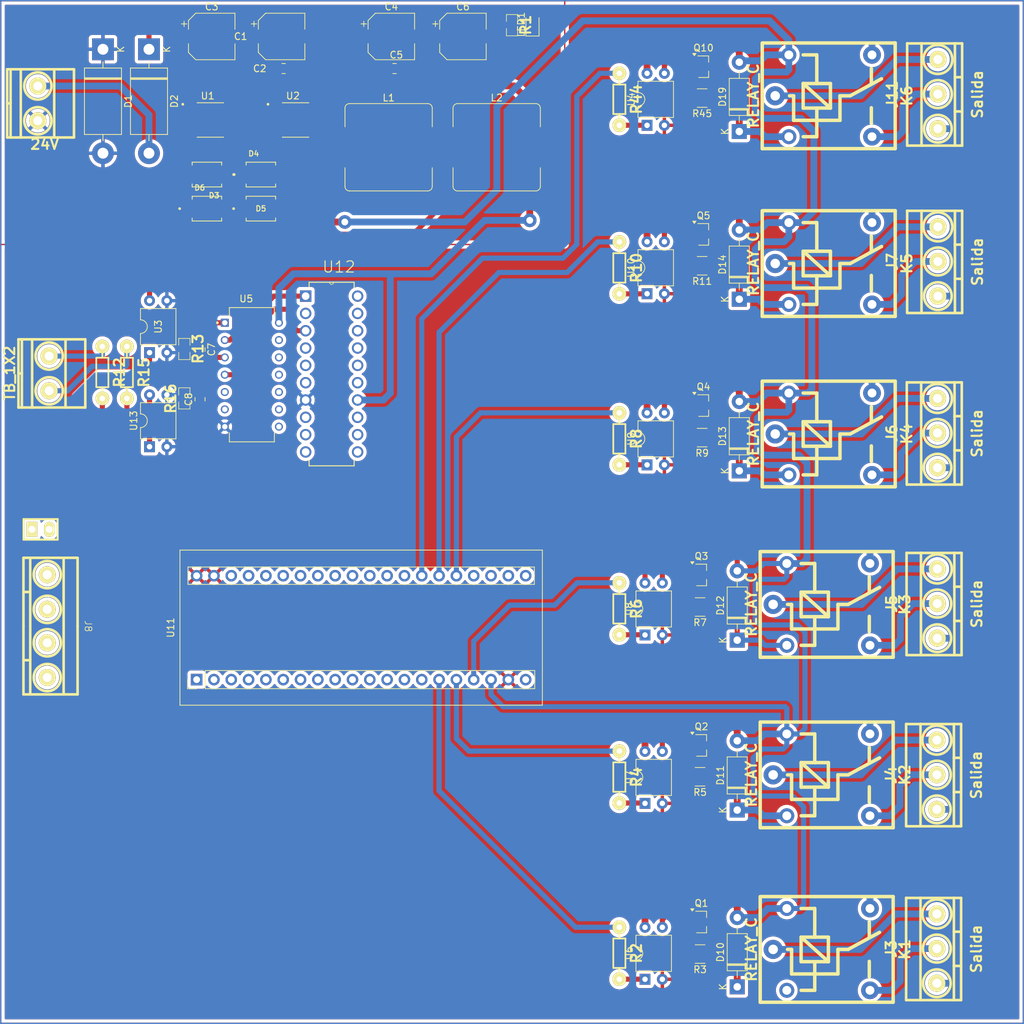
<source format=kicad_pcb>
(kicad_pcb (version 20240108) (generator "pcbnew") (generator_version "8.0")
  (layers (0 "F.Cu" signal) (31 "B.Cu" signal) (34 "B.Paste" user) (35 "F.Paste" user) (36 "B.SilkS" user "B.Silkscreen") (37 "F.SilkS" user "F.Silkscreen") (38 "B.Mask" user) (39 "F.Mask" user) (44 "Edge.Cuts" user))
  (net 0 "")
  (net 1 "Earth")
  (net 2 "/VCC")
  (net 3 "Net-(D10-K)")
  (net 4 "5V")
  (net 5 "Net-(D11-K)")
  (net 6 "Net-(D12-K)")
  (net 7 "Net-(D13-K)")
  (net 8 "Net-(D14-K)")
  (net 9 "Net-(D19-K)")
  (net 10 "Net-(J3-Pin_1)")
  (net 11 "Net-(J3-Pin_2)")
  (net 12 "Net-(J3-Pin_3)")
  (net 13 "Net-(J4-Pin_2)")
  (net 14 "Net-(J4-Pin_1)")
  (net 15 "Net-(J4-Pin_3)")
  (net 16 "Net-(J5-Pin_3)")
  (net 17 "Net-(J5-Pin_2)")
  (net 18 "Net-(J5-Pin_1)")
  (net 19 "Net-(J6-Pin_3)")
  (net 20 "Net-(J6-Pin_2)")
  (net 21 "Net-(J6-Pin_1)")
  (net 22 "Net-(J7-Pin_3)")
  (net 23 "Net-(J7-Pin_2)")
  (net 24 "Net-(J7-Pin_1)")
  (net 25 "Net-(J8-Pin_2)")
  (net 26 "Net-(J8-Pin_1)")
  (net 27 "Net-(J11-Pin_1)")
  (net 28 "Net-(J11-Pin_3)")
  (net 29 "Net-(J11-Pin_2)")
  (net 30 "Net-(LED1-A)")
  (net 31 "Net-(Q1-B)")
  (net 32 "GND")
  (net 33 "Net-(Q2-B)")
  (net 34 "Net-(Q3-B)")
  (net 35 "Net-(Q4-B)")
  (net 36 "Net-(Q5-B)")
  (net 37 "Net-(Q10-B)")
  (net 38 "Net-(R2-Pad2)")
  (net 39 "Net-(R3-Pad2)")
  (net 40 "Net-(R4-Pad2)")
  (net 41 "Net-(R5-Pad2)")
  (net 42 "Net-(R6-Pad2)")
  (net 43 "Net-(R7-Pad2)")
  (net 44 "/PA01")
  (net 45 "Net-(R8-Pad2)")
  (net 46 "Net-(R9-Pad2)")
  (net 47 "Net-(R10-Pad2)")
  (net 48 "/PA02")
  (net 49 "Net-(R11-Pad2)")
  (net 50 "Net-(R44-Pad2)")
  (net 51 "Net-(R45-Pad2)")
  (net 52 "/1A hc14")
  (net 53 "/2A hc14")
  (net 54 "/3A hc14")
  (net 55 "/4A hc14")
  (net 56 "/5A hc14")
  (net 57 "/6A hc14")
  (net 58 "Net-(U1-OUT)")
  (net 59 "/IN1")
  (net 60 "/IN2")
  (net 61 "Net-(R12-Pad2)")
  (net 62 "/1Y hc14")
  (net 63 "Net-(R15-Pad2)")
  (net 64 "/2Y hc14")
  (net 65 "/3Y hc14")
  (net 66 "/4Y hc14")
  (net 67 "/5Y hc14")
  (net 68 "/6Y hc14")
  (net 75 "Net-(F1-Pad1)")
  (net 76 "Net-(D2-K)")
  (net 77 "Net-(D2-A)")
  (net 78 "Net-(U2-VIN)")
  (net 79 "Net-(U2-OUT)")
  (net 80 "Net-(U1-FB)")
  (net 85 "/PB07")
  (net 90 "/PB08")
  (net 101 "Net-(J8-Pin_4)")
  (net 106 "/PB09")
  (net 112 "Net-(J8-Pin_3)")
  (net 114 "/PA0")
  (footprint "EESTN5:BORNERA2" (layer "F.Cu") (at -207.09 205 -90)
    (property "Reference" "J1" (hide yes))
    (property "Value" "24V")
  )
  (footprint "LM2594M-3.3:SOIC127P599X175-8N" (layer "F.Cu") (at -169.29 207.44)
    (property "Reference" "U2")
    (property "Value" "LM2594M-3.3")
  )
  (footprint "EESTN5:R_0805" (layer "F.Cu") (at -137.54 193.5025 -90)
    (property "Reference" "R1")
    (property "Value" "1K" (hide yes))
  )
  (footprint "Resistor_SMD:R_1210_3225Metric_Pad1.30x2.65mm_HandSolder" (layer "F.Cu") (at -109.66 204.22 180)
    (property "Reference" "R45")
    (property "Value" "1k")
  )
  (footprint "EESTN5:BluePill" (layer "F.Cu") (at -183.8 289.52 90)
    (property "Reference" "U11")
    (property "Value" "BluePill" (hide yes))
  )
  (footprint "SS210:DIOM4336X265N" (layer "F.Cu") (at -182.29 215.44 180)
    (property "Reference" "D3")
    (property "Value" "SS210")
  )
  (footprint "EESTN5:RES0.3" (layer "F.Cu") (at -121.8 329.65 -90)
    (property "Reference" "R2")
    (property "Value" "220" (hide yes))
  )
  (footprint "Package_DIP:DIP-4_W7.62mm" (layer "F.Cu") (at -118.035 333.47 90)
    (property "Reference" "U6")
    (property "Value" "PC817")
  )
  (footprint "Package_DIP:DIP-4_W7.62mm" (layer "F.Cu") (at -190.705 255.36 90)
    (property "Reference" "U13")
    (property "Value" "PC817")
  )
  (footprint "EESTN5:Relay_C" (layer "F.Cu") (at -91.14 278.49 90)
    (property "Reference" "K3")
    (property "Value" "RELAY_C")
  )
  (footprint "Package_TO_SOT_SMD:SOT-23_Handsoldering" (layer "F.Cu") (at -109.46 224.22)
    (property "Reference" "Q5")
    (property "Value" "2N3904")
  )
  (footprint "Package_DIP:DIP-4_W7.62mm" (layer "F.Cu") (at -117.735 208.22 90)
    (property "Reference" "U4")
    (property "Value" "PC817")
  )
  (footprint "SS210:DIOM4336X265N" (layer "F.Cu") (at -182.29 220.44)
    (property "Reference" "D6")
    (property "Value" "SS210")
  )
  (footprint "Capacitor_SMD:CP_Elec_6.3x7.7" (layer "F.Cu") (at -144.74 195.19)
    (property "Reference" "C6")
    (property "Value" "220uF")
  )
  (footprint "SN74HC14N:DIP794W45P254L1969H508Q14" (layer "F.Cu") (at -175.7 244.8)
    (property "Reference" "U5")
    (property "Value" "SN74HC14PWR")
  )
  (footprint "Diode_THT:D_DO-41_SOD81_P10.16mm_Horizontal" (layer "F.Cu") (at -104.51 283.73 90)
    (property "Reference" "D12")
    (property "Value" "1N4007")
  )
  (footprint "Resistor_SMD:R_1210_3225Metric_Pad1.30x2.65mm_HandSolder" (layer "F.Cu") (at -109.66 228.82 180)
    (property "Reference" "R11")
    (property "Value" "1k")
  )
  (footprint "Package_TO_SOT_SMD:SOT-23_Handsoldering" (layer "F.Cu") (at -109.76 325.07)
    (property "Reference" "Q1")
    (property "Value" "2N3904")
  )
  (footprint "EESTN5:RES0.3" (layer "F.Cu") (at -121.8 204.4 -90)
    (property "Reference" "R44")
    (property "Value" "220" (hide yes))
  )
  (footprint "Capacitor_SMD:C_0805_2012Metric_Pad1.18x1.45mm_HandSolder" (layer "F.Cu") (at -154.77 199.9)
    (property "Reference" "C5")
    (property "Value" "1uF")
  )
  (footprint "EESTN5:Jumper_Alto" (layer "F.Cu") (at -206.685 267.485)
    (property "Reference" "JP1" (hide yes))
    (property "Value" "Jumper" (hide yes))
  )
  (footprint "Resistor_SMD:R_1210_3225Metric_Pad1.30x2.65mm_HandSolder" (layer "F.Cu") (at -109.96 303.77 180)
    (property "Reference" "R5")
    (property "Value" "1k")
  )
  (footprint "Diode_THT:D_DO-201AD_P15.24mm_Horizontal" (layer "F.Cu") (at -190.79 197.07 -90)
    (property "Reference" "D2")
    (property "Value" "1N5822")
  )
  (footprint "Package_TO_SOT_SMD:SOT-23_Handsoldering" (layer "F.Cu") (at -109.76 299.17)
    (property "Reference" "Q2")
    (property "Value" "2N3904")
  )
  (footprint "Package_TO_SOT_SMD:SOT-23_Handsoldering" (layer "F.Cu") (at -109.46 249.32)
    (property "Reference" "Q4")
    (property "Value" "2N3904")
  )
  (footprint "EESTN5:RES0.3" (layer "F.Cu") (at -194.03 244.47 -90)
    (property "Reference" "R15")
    (property "Value" "R" (hide yes))
  )
  (footprint "EESTN5:Relay_C" (layer "F.Cu") (at -90.84 253.49 90)
    (property "Reference" "K4")
    (property "Value" "RELAY_C")
  )
  (footprint "Resistor_SMD:R_1210_3225Metric_Pad1.30x2.65mm_HandSolder" (layer "F.Cu") (at -109.96 329.77 180)
    (property "Reference" "R3")
    (property "Value" "1k")
  )
  (footprint "EESTN5:BORNERA3_AZUL" (layer "F.Cu") (at -75.08 228.19 90)
    (property "Reference" "J7")
    (property "Value" "Salida")
  )
  (footprint "Capacitor_SMD:C_0805_2012Metric_Pad1.18x1.45mm_HandSolder" (layer "F.Cu") (at -183.3 241.1 -90)
    (property "Reference" "C7")
    (property "Value" "C")
  )
  (footprint "Resistor_SMD:R_1210_3225Metric_Pad1.30x2.65mm_HandSolder" (layer "F.Cu") (at -109.66 254.02 180)
    (property "Reference" "R9")
    (property "Value" "1k")
  )
  (footprint "EESTN5:BORNERA3_AZUL" (layer "F.Cu") (at -75.13375 253.35675 90)
    (property "Reference" "J6")
    (property "Value" "Salida")
  )
  (footprint "Resistor_SMD:R_1210_3225Metric_Pad1.30x2.65mm_HandSolder" (layer "F.Cu") (at -109.96 278.87 180)
    (property "Reference" "R7")
    (property "Value" "1k")
  )
  (footprint "Diode_THT:D_DO-201AD_P15.24mm_Horizontal" (layer "F.Cu") (at -197.54 197.07 -90)
    (property "Reference" "D1")
    (property "Value" "1N5822")
  )
  (footprint "EESTN5:BORNERA3_AZUL" (layer "F.Cu") (at -75.23 328.97 90)
    (property "Reference" "J3")
    (property "Value" "Salida")
  )
  (footprint "Diode_THT:D_DO-41_SOD81_P10.16mm_Horizontal" (layer "F.Cu") (at -104.21 258.9 90)
    (property "Reference" "D13")
    (property "Value" "1N4007")
  )
  (footprint "EESTN5:BORNERA3_AZUL" (layer "F.Cu") (at -75.16375 278.36675 90)
    (property "Reference" "J5")
    (property "Value" "Salida")
  )
  (footprint "EESTN5:R_0805" (layer "F.Cu") (at -185.6 241 -90)
    (property "Reference" "R13")
    (property "Value" "R" (hide yes))
  )
  (footprint "SS210:DIOM4336X265N" (layer "F.Cu") (at -174.375 215.44)
    (property "Reference" "D4")
    (property "Value" "SS210")
  )
  (footprint "EESTN5:RES0.3" (layer "F.Cu") (at -121.8 229.13 -90)
    (property "Reference" "R10")
    (property "Value" "220" (hide yes))
  )
  (footprint "EESTN5:RES0.3" (layer "F.Cu") (at -197.63 244.47 -90)
    (property "Reference" "R12")
    (property "Value" "R" (hide yes))
  )
  (footprint "Library:Bornera_4" (layer "F.Cu") (at -205.69875 281.6865 -90)
    (property "Reference" "J8")
    (property "Value" "Screw_Terminal_01x04")
  )
  (footprint "Diode_THT:D_DO-41_SOD81_P10.16mm_Horizontal" (layer "F.Cu") (at -104.21 233.73 90)
    (property "Reference" "D14")
    (property "Value" "1N4007")
  )
  (footprint "SS210:DIOM4336X265N" (layer "F.Cu") (at -174.375 220.44)
    (property "Reference" "D5")
    (property "Value" "SS210")
  )
  (footprint "Package_DIP:DIP-4_W7.62mm" (layer "F.Cu") (at -118.035 307.67 90)
    (property "Reference" "U7")
    (property "Value" "PC817")
  )
  (footprint "EESTN5:RES0.3" (layer "F.Cu") (at -121.8 279.13 -90)
    (property "Reference" "R6")
    (property "Value" "220" (hide yes))
  )
  (footprint "EESTN5:Relay_C" (layer "F.Cu") (at -90.84 228.49 90)
    (property "Reference" "K5")
    (property "Value" "RELAY_C")
  )
  (footprint "EESTN5:Relay_C" (layer "F.Cu") (at -91.14 303.49 90)
    (property "Reference" "K2")
    (property "Value" "RELAY_C")
  )
  (footprint "Package_TO_SOT_SMD:SOT-23_Handsoldering" (layer "F.Cu") (at -109.76 274.17)
    (property "Reference" "Q3")
    (property "Value" "2N3904")
  )
  (footprint "EESTN5:BORNERA2" (layer "F.Cu") (at -205.43 244.61 -90)
    (property "Reference" "J13" (hide yes))
    (property "Value" "TB_1X2")
  )
  (footprint "Capacitor_SMD:CP_Elec_6.3x7.7" (layer "F.Cu") (at -181.59 195.19)
    (property "Reference" "C3")
    (property "Value" "220uF")
  )
  (footprint "Package_DIP:DIP-4_W7.62mm" (layer "F.Cu") (at -117.735 258.02 90)
    (property "Reference" "U9")
    (property "Value" "PC817")
  )
  (footprint "Package_DIP:DIP-4_W7.62mm" (layer "F.Cu") (at -117.735 232.92 90)
    (property "Reference" "U10")
    (property "Value" "PC817")
  )
  (footprint "Diode_THT:D_DO-41_SOD81_P10.16mm_Horizontal" (layer "F.Cu") (at -104.51 308.65 90)
    (property "Reference" "D11")
    (property "Value" "1N4007")
  )
  (footprint "Package_TO_SOT_SMD:SOT-23_Handsoldering" (layer "F.Cu") (at -109.46 199.62)
    (property "Reference" "Q10")
    (property "Value" "2N3904")
  )
  (footprint "Diode_THT:D_DO-41_SOD81_P10.16mm_Horizontal" (layer "F.Cu") (at -104.51 334.58 90)
    (property "Reference" "D10")
    (property "Value" "1N4007")
  )
  (footprint "EESTN5:RES0.3" (layer "F.Cu") (at -121.8 303.81 -90)
    (property "Reference" "R4")
    (property "Value" "220" (hide yes))
  )
  (footprint "EESTN5:BORNERA3_AZUL" (layer "F.Cu") (at -75.23 303.47 90)
    (property "Reference" "J4")
    (property "Value" "Salida")
  )
  (footprint "Inductor_SMD:L_Bourns_SRR1260" (layer "F.Cu") (at -139.79 211.44)
    (property "Reference" "L2")
    (property "Value" "68uH")
  )
  (footprint "SN74HC541N:DIP254P762X508-20" (layer "F.Cu") (at -160.19 256.13)
    (property "Reference" "U12")
    (property "Value" "SN74HC541PWR")
  )
  (footprint "Capacitor_SMD:C_0805_2012Metric_Pad1.18x1.45mm_HandSolder" (layer "F.Cu") (at -183.3 248.4 90)
    (property "Reference" "C8")
    (property "Value" "C")
  )
  (footprint "Inductor_SMD:L_Bourns_SRR1260" (layer "F.Cu") (at -155.64 211.44)
    (property "Reference" "L1")
    (property "Value" "68uH")
  )
  (footprint "LM2594M-5.0:SOIC127P599X175-8N" (layer "F.Cu") (at -181.79 207.44)
    (property "Reference" "U1")
    (property "Value" "LM2594M-5.0")
  )
  (footprint "Capacitor_SMD:CP_Elec_6.3x7.7" (layer "F.Cu") (at -155.24 195.19)
    (property "Reference" "C4")
    (property "Value" "470uF")
  )
  (footprint "EESTN5:BORNERA3_AZUL" (layer "F.Cu") (at -75.08 203.64 90)
    (property "Reference" "J11")
    (property "Value" "Salida")
  )
  (footprint "Capacitor_SMD:CP_Elec_6.3x7.7" (layer "F.Cu") (at -171.34 195.19)
    (property "Reference" "C1")
    (property "Value" "470uF")
  )
  (footprint "EESTN5:R_0805" (layer "F.Cu") (at -185.6 248.3 90)
    (property "Reference" "R16")
    (property "Value" "R" (hide yes))
  )
  (footprint "LED_SMD:LED_0805_2012Metric" (layer "F.Cu") (at -134.54 193.44 90)
    (property "Reference" "LED1")
    (property "Value" "LED")
  )
  (footprint "EESTN5:Relay_C" (layer "F.Cu") (at -91.14 329.09 90)
    (property "Reference" "K1")
    (property "Value" "RELAY_C")
  )
  (footprint "EESTN5:RES0.3" (layer "F.Cu") (at -121.8 254.2 -90)
    (property "Reference" "R8")
    (property "Value" "220" (hide yes))
  )
  (footprint "Diode_THT:D_DO-41_SOD81_P10.16mm_Horizontal" (layer "F.Cu") (at -104.21 209.13 90)
    (property "Reference" "D19")
    (property "Value" "1N4007")
  )
  (footprint "Package_DIP:DIP-4_W7.62mm" (layer "F.Cu") (at -190.705 241.56 90)
    (property "Reference" "U3")
    (property "Value" "PC817")
  )
  (footprint "EESTN5:Relay_C" (layer "F.Cu") (at -90.84 203.89 90)
    (property "Reference" "K6")
    (property "Value" "RELAY_C")
  )
  (footprint "Capacitor_SMD:C_0805_2012Metric_Pad1.18x1.45mm_HandSolder" (layer "F.Cu") (at -171.04 199.9)
    (property "Reference" "C2")
    (property "Value" "1uF")
  )
  (footprint "Package_DIP:DIP-4_W7.62mm" (layer "F.Cu") (at -118.035 282.97 90)
    (property "Reference" "U8")
    (property "Value" "PC817")
  )
  (gr_rect (start -212.5354 189.94) (end -129.81 225.7) (stroke (width 0.2)) (fill none) (layer "F.Cu"))
  (gr_rect (start -212.54 189.94) (end -62.54 339.94) (stroke (width 0.2)) (fill none) (layer "F.Cu"))
  (gr_rect (start -212.54 189.94) (end -62.54 339.94) (stroke (width 0.2)) (fill none) (layer "B.Cu"))
  (segment (start -181.54 195.44) (end -181.29 195.19) (width 0.75) (layer "F.Cu") (net 1))
  (segment (start -181.29 195.19) (end -178.89 195.19) (width 0.75) (layer "F.Cu") (net 1))
  (segment (start -179.32 208.075) (end -179.32 209.345) (width 0.75) (layer "F.Cu") (net 1))
  (segment (start -182.29 198.94) (end -181.54 198.19) (width 0.75) (layer "F.Cu") (net 1))
  (segment (start -181.54 198.19) (end -181.54 195.44) (width 0.75) (layer "F.Cu") (net 1))
  (segment (start -197.42 197.07) (end -197.54 196.95) (width 0.2) (layer "B.Cu") (net 1))
  (segment (start -183.3 242.1375) (end -183.3 247.3625) (width 1) (layer "F.Cu") (net 2))
  (segment (start -167.768439 202.401561) (end -148.078439 202.401561) (width 1) (layer "F.Cu") (net 2))
  (segment (start -174.17 208.8) (end -174.17 204.6) (width 1) (layer "F.Cu") (net 2))
  (segment (start -137.54 192.55) (end -146.4 192.55) (width 0.75) (layer "F.Cu") (net 2))
  (segment (start -183.315 247.3475) (end -183.3 247.3625) (width 1) (layer "F.Cu") (net 2))
  (segment (start -147.44 193.59) (end -147.44 195.19) (width 0.75) (layer "F.Cu") (net 2))
  (segment (start -137.29 202.44) (end -148.04 202.44) (width 1) (layer "F.Cu") (net 2))
  (segment (start -185.6 247.3475) (end -183.315 247.3475) (width 1) (layer "F.Cu") (net 2))
  (segment (start -171.76 209.345) (end -173.625 209.345) (width 1) (layer "F.Cu") (net 2))
  (segment (start -168.566878 203.2) (end -167.768439 202.401561) (width 1) (layer "F.Cu") (net 2))
  (segment (start -174.17 204.6) (end -172.77 203.2) (width 1) (layer "F.Cu") (net 2))
  (segment (start -148.04 202.44) (end -147.44 202.44) (width 0.75) (layer "F.Cu") (net 2))
  (segment (start -185.6 247.3475) (end -185.6 241.9525) (width 1) (layer "F.Cu") (net 2))
  (segment (start -147.44 202.44) (end -147.44 195.19) (width 0.75) (layer "F.Cu") (net 2))
  (segment (start -148.078439 202.401561) (end -148.04 202.44) (width 1) (layer "F.Cu") (net 2))
  (segment (start -134.94 211.44) (end -134.94 204.79) (width 1) (layer "F.Cu") (net 2))
  (segment (start -146.4 192.55) (end -147.44 193.59) (width 0.75) (layer "F.Cu") (net 2))
  (segment (start -134.94 204.79) (end -137.29 202.44) (width 1) (layer "F.Cu") (net 2))
  (segment (start -173.625 209.345) (end -174.17 208.8) (width 1) (layer "F.Cu") (net 2))
  (segment (start -172.77 203.2) (end -168.566878 203.2) (width 1) (layer "F.Cu") (net 2))
  (segment (start -134.94 222.16) (end -134.94 211.44) (width 1) (layer "F.Cu") (net 2))
  (via (at -134.94 222.16) (size 2) (drill 1) (layers "F.Cu" "B.Cu") (net 2))
  (segment (start -155.4 230) (end -163.7 230) (width 1) (layer "B.Cu") (net 2))
  (segment (start -160.19 248.51) (end -156.41 248.51) (width 1) (layer "B.Cu") (net 2))
  (segment (start -163.7 230) (end -169.6 230) (width 1) (layer "B.Cu") (net 2))
  (segment (start -156.41 248.51) (end -155.4 247.5) (width 1) (layer "B.Cu") (net 2))
  (segment (start -141.56 222.16) (end -149.4 230) (width 1) (layer "B.Cu") (net 2))
  (segment (start -149.4 230) (end -155.4 230) (width 1) (layer "B.Cu") (net 2))
  (segment (start -134.94 222.16) (end -141.56 222.16) (width 1) (layer "B.Cu") (net 2))
  (segment (start -155.4 247.5) (end -155.4 230) (width 1) (layer "B.Cu") (net 2))
  (segment (start -171.73 232.13) (end -171.73 237.18) (width 1) (layer "B.Cu") (net 2))
  (segment (start -169.6 230) (end -171.73 232.13) (width 1) (layer "B.Cu") (net 2))
  (segment (start -104.51 330.02) (end -108.26 326.27) (width 1) (layer "F.Cu") (net 3))
  (segment (start -108.26 326.27) (end -108.26 325.07) (width 1) (layer "F.Cu") (net 3))
  (segment (start -104.51 334.58) (end -104.51 330.02) (width 1) (layer "F.Cu") (net 3))
  (segment (start -117.735 223.195) (end -117.735 225.3) (width 1) (layer "F.Cu") (net 4))
  (segment (start -115.66 221.12) (end -117.735 223.195) (width 1) (layer "F.Cu") (net 4))
  (segment (start -115.36 246.22) (end -117.735 248.595) (width 1) (layer "F.Cu") (net 4))
  (segment (start -104.21 221.87) (end -104.96 221.12) (width 1) (layer "F.Cu") (net 4))
  (segment (start -104.51 271.82) (end -104.51 273.57) (width 0.75) (layer "F.Cu") (net 4))
  (segment (start -104.21 248.74) (end -104.21 247.17) (width 1) (layer "F.Cu") (net 4))
  (segment (start -165.045 222.8) (end -175.68 222.8) (width 1) (layer "F.Cu") (net 4))
  (segment (start -105.46 321.87) (end -115.86 321.87) (width 1) (layer "F.Cu") (net 4))
  (segment (start -117.735 248.595) (end -117.735 250.4) (width 1) (layer "F.Cu") (net 4))
  (segment (start -104.51 298.49) (end -104.51 296.92) (width 1) (layer "F.Cu") (net 4))
  (segment (start -104.21 198.97) (end -104.21 197.37) (width 1) (layer "F.Cu") (net 4))
  (segment (start -117.735 198.495) (end -117.735 200.6) (width 1) (layer "F.Cu") (net 4))
  (segment (start -104.21 223.57) (end -104.21 221.87) (width 1) (layer "F.Cu") (net 4))
  (segment (start -118.035 297.945) (end -118.035 300.05) (width 1) (layer "F.Cu") (net 4))
  (segment (start -104.51 324.42) (end -104.51 322.82) (width 1) (layer "F.Cu") (net 4))
  (segment (start -104.96 221.12) (end -115.66 221.12) (width 1) (layer "F.Cu") (net 4))
  (segment (start -116.16 271.27) (end -105.06 271.27) (width 0.75) (layer "F.Cu") (net 4))
  (segment (start -104.21 247.17) (end -105.16 246.22) (width 1) (layer "F.Cu") (net 4))
  (segment (start -175.68 222.8) (end -176.54 221.94) (width 1) (layer "F.Cu") (net 4))
  (segment (start -176.54 221.94) (end -176.54 220.44) (width 1) (layer "F.Cu") (net 4))
  (segment (start -104.51 296.92) (end -105.56 295.87) (width 1) (layer "F.Cu") (net 4))
  (segment (start -176.54 220.69) (end -176.04 221.19) (width 0.75) (layer "F.Cu") (net 4))
  (segment (start -118.035 324.045) (end -118.035 325.85) (width 1) (layer "F.Cu") (net 4))
  (segment (start -164.945 222.7) (end -165.045 222.8) (width 1) (layer "F.Cu") (net 4))
  (segment (start -115.86 196.62) (end -117.735 198.495) (width 1) (layer "F.Cu") (net 4))
  (segment (start -118.035 275.05) (end -118.035 273.145) (width 0.75) (layer "F.Cu") (net 4))
  (segment (start -105.56 295.87) (end -115.96 295.87) (width 1) (layer "F.Cu") (net 4))
  (segment (start -115.96 295.87) (end -118.035 297.945) (width 1) (layer "F.Cu") (net 4))
  (segment (start -104.96 196.62) (end -115.86 196.62) (width 1) (layer "F.Cu") (net 4))
  (segment (start -164.645 222.4) (end -164.945 222.7) (width 1) (layer "F.Cu") (net 4))
  (segment (start -162.07 222.4) (end -164.645 222.4) (width 1) (layer "F.Cu") (net 4))
  (segment (start -104.51 322.82) (end -105.46 321.87) (width 1) (layer "F.Cu") (net 4))
  (segment (start -105.16 246.22) (end -115.36 246.22) (width 1) (layer "F.Cu") (net 4))
  (segment (start -104.21 197.37) (end -104.96 196.62) (width 1) (layer "F.Cu") (net 4))
  (segment (start -115.86 321.87) (end -118.035 324.045) (width 1) (layer "F.Cu") (net 4))
  (segment (start -105.06 271.27) (end -104.51 271.82) (width 0.75) (layer "F.Cu") (net 4))
  (segment (start -118.035 273.145) (end -116.16 271.27) (width 0.75) (layer "F.Cu") (net 4))
  (via (at -162.07 222.4) (size 2) (drill 1) (layers "F.Cu" "B.Cu") (net 4))
  (segment (start -104 198.76) (end -101.12 198.76) (width 1) (layer "B.Cu") (net 4))
  (segment (start -94.77 322.5) (end -95.36 323.09) (width 0.75) (layer "B.Cu") (net 4))
  (segment (start -94.27 257.8) (end -94.27 271.8) (width 1) (layer "B.Cu") (net 4))
  (segment (start -95.36 323.09) (end -97.24 323.09) (width 0.75) (layer "B.Cu") (net 4))
  (segment (start -104.51 324.42) (end -101.39 324.42) (width 1) (layer "B.Cu") (net 4))
  (segment (start -101.27 306.6) (end -96.37 306.6) (width 0.75) (layer "B.Cu") (net 4))
  (segment (start -96.94 200.07) (end -97.27 200.4) (width 1) (layer "B.Cu") (net 4))
  (segment (start -144.47 222.4) (end -139.77 217.7) (width 1) (layer "B.Cu") (net 4))
  (segment (start -96.94 197.89) (end -96.94 200.07) (width 1) (layer "B.Cu") (net 4))
  (segment (start -101.87 206.1) (end -100.77 207.2) (width 1) (layer "B.Cu") (net 4))
  (segment (start -140.62 291.735) (end -140.62 289.52) (width 0.75) (layer "B.Cu") (net 4))
  (segment (start -93.57 246.9) (end -94.16 247.49) (width 1) (layer "B.Cu") (net 4))
  (segment (start -97.67 274.8) (end -101.17 274.8) (width 0.75) (layer "B.Cu") (net 4))
  (segment (start -97.67 225.3) (end -100.77 225.3) (width 1) (layer "B.Cu") (net 4))
  (segment (start -93.57 232.8) (end -93.57 246.9) (width 1) (layer "B.Cu") (net 4))
  (segment (start -97.77 299.7) (end -100.87 299.7) (width 0.75) (layer "B.Cu") (net 4))
  (segment (start -96.94 249.97) (end -97.27 250.3) (width 1) (layer "B.Cu") (net 4))
  (segment (start -100.1 222.49) (end -96.94 222.49) (width 1) (layer "B.Cu") (net 4))
  (segment (start -94.77 308.2) (end -94.77 322.5) (width 0.75) (layer "B.Cu") (net 4))
  (segment (start -101.87 280.8) (end -101.17 281.5) (width 0.75) (layer "B.Cu") (net 4))
  (segment (start -94.27 271.8) (end -94.96 272.49) (width 1) (layer "B.Cu") (net 4))
  (segment (start -97.24 297.49) (end -97.24 293.73) (width 0.75) (layer "B.Cu") (net 4))
  (segment (start -95.67 281.5) (end -94.57 282.6) (width 0.75) (layer "B.Cu") (net 4))
  (segment (start -97.27 250.3) (end -100.67 250.3) (width 1) (layer "B.Cu") (net 4))
  (segment (start -100.6 272.49) (end -97.24 272.49) (width 0.75) (layer "B.Cu") (net 4))
  (segment (start -101.39 324.42) (end -100.06 323.09) (width 1) (layer "B.Cu") (net 4))
  (segment (start -101.57 255.7) (end -100.67 256.6) (width 1) (layer "B.Cu") (net 4))
  (segment (start -102.17 301) (end -102.17 305.7) (width 0.75) (layer "B.Cu") (net 4))
  (segment (start -94.57 282.6) (end -94.57 296.7) (width 0.75) (layer "B.Cu") (net 4))
  (segment (start -100.87 200.4) (end -101.87 201.4) (width 1) (layer "B.Cu") (net 4))
  (segment (start -104.21 223.57) (end -101.18 223.57) (width 1) (layer "B.Cu") (net 4))
  (segment (start -96.94 224.57) (end -97.67 225.3) (width 1) (layer "B.Cu") (net 4))
  (segment (start -138.855 293.5) (end -140.62 291.735) (width 0.75) (layer "B.Cu") (net 4))
  (segment (start -94.16 247.49) (end -96.94 247.49) (width 1) (layer "B.Cu") (net 4))
  (segment (start -101.43 248.74) (end -100.18 247.49) (width 1) (layer "B.Cu") (net 4))
  (segment (start -104.21 248.74) (end -101.43 248.74) (width 1) (layer "B.Cu") (net 4))
  (segment (start -97.24 272.49) (end -97.24 274.37) (width 0.75) (layer "B.Cu") (net 4))
  (segment (start -100.77 225.3) (end -101.87 226.4) (width 1) (layer "B.Cu") (net 4))
  (segment (start -104.51 298.49) (end -101.53 298.49) (width 1) (layer "B.Cu") (net 4))
  (segment (start -101.68 273.57) (end -100.6 272.49) (width 0.75) (layer "B.Cu") (net 4))
  (segment (start -97.24 293.73) (end -97.47 293.5) (width 0.75) (layer "B.Cu") (net 4))
  (segment (start -93.27 220.8) (end -94.96 222.49) (width 1) (layer "B.Cu") (net 4))
  (segment (start -99.77 192.9) (end -96.94 195.73) (width 1) (layer "B.Cu") (net 4))
  (segment (start -100.87 299.7) (end -102.17 301) (width 0.75) (layer "B.Cu") (net 4))
  (segment (start -101.17 274.8) (end -101.87 275.5) (width 0.75) (layer "B.Cu") (net 4))
  (segment (start -101.87 201.4) (end -101.87 206.1) (width 1) (layer "B.Cu") (net 4))
  (segment (start -101.18 223.57) (end -100.1 222.49) (width 1) (layer "B.Cu") (net 4))
  (segment (start -97.24 299.17) (end -97.77 299.7) (width 0.75) (layer "B.Cu") (net 4))
  (segment (start -101.87 275.5) (end -101.87 280.8) (width 0.75) (layer "B.Cu") (net 4))
  (segment (start -100.74 232.03) (end -94.34 232.03) (width 1) (layer "B.Cu") (net 4))
  (segment (start -104.21 198.97) (end -104 198.76) (width 1) (layer "B.Cu") (net 4))
  (segment (start -139.77 205.5) (end -127.17 192.9) (width 1) (layer "B.Cu") (net 4))
  (segment (start -94.34 232.03) (end -93.57 232.8) (width 1) (layer "B.Cu") (net 4))
  (segment (start -96.37 306.6) (end -94.77 308.2) (width 0.75) (layer "B.Cu") (net 4))
  (segment (start -94.57 296.7) (end -95.36 297.49) (width 0.75) (layer "B.Cu") (net 4))
  (segment (start -93.27 209.1) (end -93.27 220.8) (width 1) (layer "B.Cu") (net 4))
  (segment (start -100.18 247.49) (end -96.94 247.49) (width 1) (layer "B.Cu") (net 4))
  (segment (start -96.94 195.73) (end -96.94 197.89) (width 1) (layer "B.Cu") (net 4))
  (segment (start -101.87 230.9) (end -100.74 232.03) (width 1) (layer "B.Cu") (net 4))
  (segment (start -100.53 297.49) (end -97.24 297.49) (width 1) (layer "B.Cu") (net 4))
  (segment (start -102.17 305.7) (end -101.27 306.6) (width 0.75) (layer "B.Cu") (net 4))
  (segment (start -96.94 222.49) (end -96.94 224.57) (width 1) (layer "B.Cu") (net 4))
  (segment (start -95.36 297.49) (end -97.24 297.49) (width 0.75) (layer "B.Cu") (net 4))
  (segment (start -97.27 200.4) (end -100.87 200.4) (width 1) (layer "B.Cu") (net 4))
  (segment (start -95.17 207.2) (end -93.27 209.1) (width 1) (layer "B.Cu") (net 4))
  (segment (start -95.47 256.6) (end -94.27 257.8) (width 1) (layer "B.Cu") (net 4))
  (segment (start -139.77 217.7) (end -139.77 205.5) (width 1) (layer "B.Cu") (net 4))
  (segment (start -94.96 272.49) (end -97.24 272.49) (width 1) (layer "B.Cu") (net 4))
  (segment (start -100.67 256.6) (end -95.47 256.6) (width 1) (layer "B.Cu") (net 4))
  (segment (start -101.53 298.49) (end -100.53 297.49) (width 1) (layer "B.Cu") (net 4))
  (segment (start -97.24 274.37) (end -97.67 274.8) (width 0.75) (layer "B.Cu") (net 4))
  (segment (start -97.24 297.49) (end -97.24 299.17) (width 0.75) (layer "B.Cu") (net 4))
  (segment (start -101.17 281.5) (end -95.67 281.5) (width 0.75) (layer "B.Cu") (net 4))
  (segment (start -101.57 251.2) (end -101.57 255.7) (width 1) (layer "B.Cu") (net 4))
  (segment (start -162.07 222.4) (end -144.47 222.4) (width 1) (layer "B.Cu") (net 4))
  (segment (start -100.25 197.89) (end -96.94 197.89) (width 1) (layer "B.Cu") (net 4))
  (segment (start -97.47 293.5) (end -138.855 293.5) (width 0.75) (layer "B.Cu") (net 4))
  (segment (start -100.77 207.2) (end -95.17 207.2) (width 1) (layer "B.Cu") (net 4))
  (segment (start -96.94 247.49) (end -96.94 249.97) (width 1) (layer "B.Cu") (net 4))
  (segment (start -104.51 273.57) (end -101.68 273.57) (width 0.75) (layer "B.Cu") (net 4))
  (segment (start -127.17 192.9) (end -99.77 192.9) (width 1) (layer "B.Cu") (net 4))
  (segment (start -101.87 226.4) (end -101.87 230.9) (width 1) (layer "B.Cu") (net 4))
  (segment (start -94.96 222.49) (end -96.94 222.49) (width 1) (layer "B.Cu") (net 4))
  (segment (start -101.12 198.76) (end -100.25 197.89) (width 1) (layer "B.Cu") (net 4))
  (segment (start -100.67 250.3) (end -101.57 251.2) (width 1) (layer "B.Cu") (net 4))
  (segment (start -100.06 323.09) (end -97.24 323.09) (width 1) (layer "B.Cu") (net 4))
  (segment (start -104.51 304.02) (end -108.26 300.27) (width 1) (layer "F.Cu") (net 5))
  (segment (start -104.51 308.65) (end -104.51 304.02) (width 1) (layer "F.Cu") (net 5))
  (segment (start -108.26 300.27) (end -108.26 299.17) (width 1) (layer "F.Cu") (net 5))
  (segment (start -104.51 308.65) (end -101.54 308.65) (width 1) (layer "B.Cu") (net 5))
  (segment (start -100.7 309.49) (end -97.24 309.49) (width 1) (layer "B.Cu") (net 5))
  (segment (start -101.54 308.65) (end -100.7 309.49) (width 1) (layer "B.Cu") (net 5))
  (segment (start -104.51 279.12) (end -104.51 283.73) (width 0.75) (layer "F.Cu") (net 6))
  (segment (start -108.26 275.37) (end -104.51 279.12) (width 0.75) (layer "F.Cu") (net 6))
  (segment (start -108.26 274.17) (end -108.26 275.37) (width 0.75) (layer "F.Cu") (net 6))
  (segment (start -101.19 283.73) (end -100.43 284.49) (width 0.75) (layer "B.Cu") (net 6))
  (segment (start -100.43 284.49) (end -97.24 284.49) (width 0.75) (layer "B.Cu") (net 6))
  (segment (start -104.51 283.73) (end -101.19 283.73) (width 0.75) (layer "B.Cu") (net 6))
  (segment (start -107.96 250.22) (end -107.96 249.32) (width 1) (layer "F.Cu") (net 7))
  (segment (start -104.21 253.97) (end -107.96 250.22) (width 1) (layer "F.Cu") (net 7))
  (segment (start -104.21 258.9) (end -104.21 253.97) (width 1) (layer "F.Cu") (net 7))
  (segment (start -101.18 258.9) (end -100.59 259.49) (width 1) (layer "B.Cu") (net 7))
  (segment (start -104.21 258.9) (end -101.18 258.9) (width 1) (layer "B.Cu") (net 7))
  (segment (start -100.59 259.49) (end -96.94 259.49) (width 1) (layer "B.Cu") (net 7))
  (segment (start -104.21 233.73) (end -104.21 228.77) (width 1) (layer "F.Cu") (net 8))
  (segment (start -107.96 225.02) (end -107.96 224.22) (width 1) (layer "F.Cu") (net 8))
  (segment (start -104.21 228.77) (end -107.96 225.02) (width 1) (layer "F.Cu") (net 8))
  (segment (start -104.21 233.73) (end -101.33 233.73) (width 1) (layer "B.Cu") (net 8))
  (segment (start -101.33 233.73) (end -100.57 234.49) (width 1) (layer "B.Cu") (net 8))
  (segment (start -100.57 234.49) (end -96.94 234.49) (width 1) (layer "B.Cu") (net 8))
  (segment (start -107.96 200.22) (end -107.96 199.62) (width 1) (layer "F.Cu") (net 9))
  (segment (start -104.21 209.13) (end -104.21 203.97) (width 1) (layer "F.Cu") (net 9))
  (segment (start -104.21 203.97) (end -107.96 200.22) (width 1) (layer "F.Cu") (net 9))
  (segment (start -101.17 209.13) (end -100.41 209.89) (width 1) (layer "B.Cu") (net 9))
  (segment (start -100.41 209.89) (end -96.94 209.89) (width 1) (layer "B.Cu") (net 9))
  (segment (start -104.21 209.13) (end -101.17 209.13) (width 1) (layer "B.Cu") (net 9))
  (segment (start -71.45 334.05) (end -70.1 332.7) (width 1) (layer "B.Cu") (net 10))
  (segment (start -85.04 320.94) (end -85.04 323.09) (width 1) (layer "B.Cu") (net 10))
  (segment (start -70.1 332.7) (end -70.1 320.7) (width 1) (layer "B.Cu") (net 10))
  (segment (start -70.1 320.7) (end -71.1 319.7) (width 1) (layer "B.Cu") (net 10))
  (segment (start -75.23 334.05) (end -71.45 334.05) (width 1) (layer "B.Cu") (net 10))
  (segment (start -83.8 319.7) (end -85.04 320.94) (width 1) (layer "B.Cu") (net 10))
  (segment (start -71.1 319.7) (end -83.8 319.7) (width 1) (layer "B.Cu") (net 10))
  (segment (start -80.61 330.48) (end -79.1 328.97) (width 1) (layer "B.Cu") (net 11))
  (segment (start -85.04 335.09) (end -81.96 335.09) (width 1) (layer "B.Cu") (net 11))
  (segment (start -81.96 335.09) (end -80.61 333.74) (width 1) (layer "B.Cu") (net 11))
  (segment (start -80.61 333.74) (end -80.61 330.48) (width 1) (layer "B.Cu") (net 11))
  (segment (start -79.1 328.97) (end -75.23 328.97) (width 1) (layer "B.Cu") (net 11))
  (segment (start -81.28 323.89) (end -75.23 323.89) (width 1) (layer "B.Cu") (net 12))
  (segment (start -86.48 329.09) (end -81.28 323.89) (width 1) (layer "B.Cu") (net 12))
  (segment (start -99.24 329.09) (end -86.48 329.09) (width 1) (layer "B.Cu") (net 12))
  (segment (start -79.1 303.47) (end -75.23 303.47) (width 1) (layer "B.Cu") (net 13))
  (segment (start -82.11 309.49) (end -80.65 308.03) (width 1) (layer "B.Cu") (net 13))
  (segment (start -80.65 308.03) (end -80.65 305.02) (width 1) (layer "B.Cu") (net 13))
  (segment (start -80.65 305.02) (end -79.1 303.47) (width 1) (layer "B.Cu") (net 13))
  (segment (start -85.04 309.49) (end -82.11 309.49) (width 1) (layer "B.Cu") (net 13))
  (segment (start -83.9 294) (end -85.04 295.14) (width 1) (layer "B.Cu") (net 14))
  (segment (start -71.7 294) (end -83.9 294) (width 1) (layer "B.Cu") (net 14))
  (segment (start -70.4 307) (end -70.4 295.3) (width 1) (layer "B.Cu") (net 14))
  (segment (start -75.23 308.55) (end -71.95 308.55) (width 1) (layer "B.Cu") (net 14))
  (segment (start -85.04 295.14) (end -85.04 297.49) (width 1) (layer "B.Cu") (net 14))
  (segment (start -70.4 295.3) (end -71.7 294) (width 1) (layer "B.Cu") (net 14))
  (segment (start -71.95 308.55) (end -70.4 307) (width 1) (layer "B.Cu") (net 14))
  (segment (start -99.24 303.49) (end -86.39 303.49) (width 1) (layer "B.Cu") (net 15))
  (segment (start -81.29 298.39) (end -75.23 298.39) (width 1) (layer "B.Cu") (net 15))
  (segment (start -86.39 303.49) (end -81.29 298.39) (width 1) (layer "B.Cu") (net 15))
  (segment (start -81.06675 273.28675) (end -75.16375 273.28675) (width 1) (layer "B.Cu") (net 16))
  (segment (start -99.24 278.49) (end -86.27 278.49) (width 1) (layer "B.Cu") (net 16))
  (segment (start -86.27 278.49) (end -81.06675 273.28675) (width 1) (layer "B.Cu") (net 16))
  (segment (start -80.58 283.6) (end -81.47 284.49) (width 1) (layer "B.Cu") (net 17))
  (segment (start -81.47 284.49) (end -85.04 284.49) (width 1) (layer "B.Cu") (net 17))
  (segment (start -80.58 280.25) (end -80.58 283.6) (width 1) (layer "B.Cu") (net 17))
  (segment (start -78.69675 278.36675) (end -80.58 280.25) (width 1) (layer "B.Cu") (net 17))
  (segment (start -75.16375 278.36675) (end -78.69675 278.36675) (width 1) (layer "B.Cu") (net 17))
  (segment (start -71.2 268.5) (end -83.7 268.5) (width 1) (layer "B.Cu") (net 18))
  (segment (start -70.1 269.6) (end -71.2 268.5) (width 1) (layer "B.Cu") (net 18))
  (segment (start -83.7 268.5) (end -85.04 269.84) (width 1) (layer "B.Cu") (net 18))
  (segment (start -70.1 281.9) (end -70.1 269.6) (width 1) (layer "B.Cu") (net 18))
  (segment (start -75.16375 283.44675) (end -71.64675 283.44675) (width 1) (layer "B.Cu") (net 18))
  (segment (start -71.64675 283.44675) (end -70.1 281.9) (width 1) (layer "B.Cu") (net 18))
  (segment (start -85.04 269.84) (end -85.04 272.49) (width 1) (layer "B.Cu") (net 18))
  (segment (start -98.94 253.49) (end -86.29 253.49) (width 1) (layer "B.Cu") (net 19))
  (segment (start -81.07675 248.27675) (end -75.13375 248.27675) (width 1) (layer "B.Cu") (net 19))
  (segment (start -86.29 253.49) (end -81.07675 248.27675) (width 1) (layer "B.Cu") (net 19))
  (segment (start -81.02 259.49) (end -84.74 259.49) (width 1) (layer "B.Cu") (net 20))
  (segment (start -80.46 258.93) (end -81.02 259.49) (width 1) (layer "B.Cu") (net 20))
  (segment (start -80.46 256.34) (end -80.46 258.93) (width 1) (layer "B.Cu") (net 20))
  (segment (start -75.13375 253.35675) (end -77.47675 253.35675) (width 1) (layer "B.Cu") (net 20))
  (segment (start -77.47675 253.35675) (end -80.46 256.34) (width 1) (layer "B.Cu") (net 20))
  (segment (start -75.13375 258.43675) (end -71.63675 258.43675) (width 1) (layer "B.Cu") (net 21))
  (segment (start -69.8 244.4) (end -70.6 243.6) (width 1) (layer "B.Cu") (net 21))
  (segment (start -70.6 243.6) (end -83.6 243.6) (width 1) (layer "B.Cu") (net 21))
  (segment (start -84.74 244.74) (end -84.74 247.49) (width 1) (layer "B.Cu") (net 21))
  (segment (start -83.6 243.6) (end -84.74 244.74) (width 1) (layer "B.Cu") (net 21))
  (segment (start -71.63675 258.43675) (end -69.8 256.6) (width 1) (layer "B.Cu") (net 21))
  (segment (start -69.8 256.6) (end -69.8 244.4) (width 1) (layer "B.Cu") (net 21))
  (segment (start -80.99 223.11) (end -75.08 223.11) (width 1) (layer "B.Cu") (net 22))
  (segment (start -86.37 228.49) (end -80.99 223.11) (width 1) (layer "B.Cu") (net 22))
  (segment (start -98.94 228.49) (end -86.37 228.49) (width 1) (layer "B.Cu") (net 22))
  (segment (start -78.39 228.19) (end -75.08 228.19) (width 1) (layer "B.Cu") (net 23))
  (segment (start -84.74 234.49) (end -81.88 234.49) (width 1) (layer "B.Cu") (net 23))
  (segment (start -80.4 230.2) (end -78.39 228.19) (width 1) (layer "B.Cu") (net 23))
  (segment (start -80.4 233.01) (end -80.4 230.2) (width 1) (layer "B.Cu") (net 23))
  (segment (start -81.88 234.49) (end -80.4 233.01) (width 1) (layer "B.Cu") (net 23))
  (segment (start -71.8 218.5) (end -83.6 218.5) (width 1) (layer "B.Cu") (net 24))
  (segment (start -72.87 233.27) (end -70.9 231.3) (width 1) (layer "B.Cu") (net 24))
  (segment (start -70.9 231.3) (end -70.9 219.4) (width 1) (layer "B.Cu") (net 24))
  (segment (start -75.08 233.27) (end -72.87 233.27) (width 1) (layer "B.Cu") (net 24))
  (segment (start -84.74 219.64) (end -84.74 222.49) (width 1) (layer "B.Cu") (net 24))
  (segment (start -70.9 219.4) (end -71.8 218.5) (width 1) (layer "B.Cu") (net 24))
  (segment (start -83.6 218.5) (end -84.74 219.64) (width 1) (layer "B.Cu") (net 24))
  (segment (start -70.4 195.1) (end -71.5 194) (width 1) (layer "B.Cu") (net 27))
  (segment (start -83.9 194) (end -84.74 194.84) (width 1) (layer "B.Cu") (net 27))
  (segment (start -84.74 194.84) (end -84.74 197.89) (width 1) (layer "B.Cu") (net 27))
  (segment (start -70.4 206.6) (end -70.4 195.1) (width 1) (layer "B.Cu") (net 27))
  (segment (start -71.5 194) (end -83.9 194) (width 1) (layer "B.Cu") (net 27))
  (segment (start -75.08 208.72) (end -72.52 208.72) (width 1) (layer "B.Cu") (net 27))
  (segment (start -72.52 208.72) (end -70.4 206.6) (width 1) (layer "B.Cu") (net 27))
  (segment (start -86.4 203.89) (end -81.07 198.56) (width 1) (layer "B.Cu") (net 28))
  (segment (start -98.94 203.89) (end -86.4 203.89) (width 1) (layer "B.Cu") (net 28))
  (segment (start -81.07 198.56) (end -75.08 198.56) (width 1) (layer "B.Cu") (net 28))
  (segment (start -84.74 209.89) (end -81.02 209.89) (width 1) (layer "B.Cu") (net 29))
  (segment (start -80.26 209.13) (end -80.26 205.53) (width 1) (layer "B.Cu") (net 29))
  (segment (start -80.26 205.53) (end -78.37 203.64) (width 1) (layer "B.Cu") (net 29))
  (segment (start -81.02 209.89) (end -80.26 209.13) (width 1) (layer "B.Cu") (net 29))
  (segment (start -78.37 203.64) (end -75.08 203.64) (width 1) (layer "B.Cu") (net 29))
  (segment (start -134.54 194.3775) (end -137.4625 194.3775) (width 0.75) (layer "F.Cu") (net 30))
  (segment (start -137.4625 194.3775) (end -137.54 194.455) (width 0.75) (layer "F.Cu") (net 30))
  (segment (start -110.83 326.02) (end -111.26 326.02) (width 0.75) (layer "F.Cu") (net 31))
  (segment (start -108.41 328.44) (end -110.83 326.02) (width 0.75) (layer "F.Cu") (net 31))
  (segment (start -108.41 329.77) (end -108.41 328.44) (width 0.75) (layer "F.Cu") (net 31))
  (segment (start -108.41 302.69) (end -110.98 300.12) (width 0.75) (layer "F.Cu") (net 33))
  (segment (start -110.98 300.12) (end -111.26 300.12) (width 0.75) (layer "F.Cu") (net 33))
  (segment (start -108.41 303.77) (end -108.41 302.69) (width 0.75) (layer "F.Cu") (net 33))
  (segment (start -108.41 278.87) (end -108.41 277.27061) (width 0.75) (layer "F.Cu") (net 34))
  (segment (start -110.56061 275.12) (end -111.26 275.12) (width 0.75) (layer "F.Cu") (net 34))
  (segment (start -108.41 277.27061) (end -110.56061 275.12) (width 0.75) (layer "F.Cu") (net 34))
  (segment (start -110.33 250.27) (end -108.11 252.49) (width 0.75) (layer "F.Cu") (net 35))
  (segment (start -110.96 250.27) (end -110.33 250.27) (width 0.75) (layer "F.Cu") (net 35))
  (segment (start -108.11 252.49) (end -108.11 254.02) (width 0.75) (layer "F.Cu") (net 35))
  (segment (start -108.11 226.97) (end -109.91 225.17) (width 0.75) (layer "F.Cu") (net 36))
  (segment (start -108.11 228.82) (end -108.11 226.97) (width 0.75) (layer "F.Cu") (net 36))
  (segment (start -109.91 225.17) (end -110.96 225.17) (width 0.75) (layer "F.Cu") (net 36))
  (segment (start -110.28 200.57) (end -110.96 200.57) (width 0.75) (layer "F.Cu") (net 37))
  (segment (start -108.11 202.74) (end -110.28 200.57) (width 0.75) (layer "F.Cu") (net 37))
  (segment (start -108.11 204.22) (end -108.11 202.74) (width 0.75) (layer "F.Cu") (net 37))
  (segment (start -121.8 333.46) (end -118.045 333.46) (width 0.75) (layer "F.Cu") (net 38))
  (segment (start -118.045 333.46) (end -118.035 333.47) (width 0.75) (layer "F.Cu") (net 38))
  (segment (start -114.84 324.08) (end -115.495 324.735) (width 0.75) (layer "F.Cu") (net 39))
  (segment (start -113.34 324.12) (end -113.38 324.08) (width 0.75) (layer "F.Cu") (net 39))
  (segment (start -111.51 329.77) (end -112.53 329.77) (width 0.75) (layer "F.Cu") (net 39))
  (segment (start -115.495 324.735) (end -115.495 325.85) (width 0.75) (layer "F.Cu") (net 39))
  (segment (start -113.38 324.08) (end -114.84 324.08) (width 0.75) (layer "F.Cu") (net 39))
  (segment (start -112.53 329.77) (end -113.34 328.96) (width 0.75) (layer "F.Cu") (net 39))
  (segment (start -113.34 328.96) (end -113.34 324.12) (width 0.75) (layer "F.Cu") (net 39))
  (segment (start -121.8 307.62) (end -118.085 307.62) (width 0.75) (layer "F.Cu") (net 40))
  (segment (start -118.085 307.62) (end -118.035 307.67) (width 0.75) (layer "F.Cu") (net 40))
  (segment (start -113.34 302.87) (end -112.44 303.77) (width 0.75) (layer "F.Cu") (net 41))
  (segment (start -113.34 298.41) (end -113.34 302.87) (width 0.75) (layer "F.Cu") (net 41))
  (segment (start -115.495 298.435) (end -115.25 298.19) (width 0.75) (layer "F.Cu") (net 41))
  (segment (start -112.44 303.77) (end -111.51 303.77) (width 0.75) (layer "F.Cu") (net 41))
  (segment (start -115.25 298.19) (end -113.56 298.19) (width 0.75) (layer "F.Cu") (net 41))
  (segment (start -113.56 298.19) (end -113.34 298.41) (width 0.75) (layer "F.Cu") (net 41))
  (segment (start -115.495 300.05) (end -115.495 298.435) (width 0.75) (layer "F.Cu") (net 41))
  (segment (start -121.8 282.94) (end -118.065 282.94) (width 0.75) (layer "F.Cu") (net 42))
  (segment (start -118.065 282.94) (end -118.035 282.97) (width 0.75) (layer "F.Cu") (net 42))
  (segment (start -113.57 273.62) (end -115.28 273.62) (width 0.75) (layer "F.Cu") (net 43))
  (segment (start -113.34 278.05) (end -113.34 273.85) (width 0.75) (layer "F.Cu") (net 43))
  (segment (start -112.52 278.87) (end -113.34 278.05) (width 0.75) (layer "F.Cu") (net 43))
  (segment (start -115.28 273.62) (end -115.495 273.835) (width 0.75) (layer "F.Cu") (net 43))
  (segment (start -115.495 273.835) (end -115.495 275.35) (width 0.75) (layer "F.Cu") (net 43))
  (segment (start -111.51 278.87) (end -112.52 278.87) (width 0.75) (layer "F.Cu") (net 43))
  (segment (start -113.34 273.85) (end -113.57 273.62) (width 0.75) (layer "F.Cu") (net 43))
  (segment (start -129.45 229.8) (end -124.97 225.32) (width 0.75) (layer "B.Cu") (net 44))
  (segment (start -124.97 225.32) (end -121.8 225.32) (width 0.75) (layer "B.Cu") (net 44))
  (segment (start -148.24 274.28) (end -148.24 238.57) (width 0.75) (layer "B.Cu") (net 44))
  (segment (start -148.24 238.57) (end -139.47 229.8) (width 0.75) (layer "B.Cu") (net 44))
  (segment (start -139.47 229.8) (end -129.45 229.8) (width 0.75) (layer "B.Cu") (net 44))
  (segment (start -121.8 258.01) (end -117.745 258.01) (width 0.75) (layer "F.Cu") (net 45))
  (segment (start -117.745 258.01) (end -117.735 258.02) (width 0.75) (layer "F.Cu") (net 45))
  (segment (start -113.07 252.16) (end -111.21 254.02) (width 0.75) (layer "F.Cu") (net 46))
  (segment (start -114.64 248.6) (end -113.27 248.6) (width 0.75) (layer "F.Cu") (net 46))
  (segment (start -115.195 250.4) (end -115.195 249.155) (width 0.75) (layer "F.Cu") (net 46))
  (segment (start -113.09 251.28) (end -113.07 251.3) (width 0.75) (layer "F.Cu") (net 46))
  (segment (start -113.09 248.78) (end -113.09 251.28) (width 0.75) (layer "F.Cu") (net 46))
  (segment (start -115.195 249.155) (end -114.64 248.6) (width 0.75) (layer "F.Cu") (net 46))
  (segment (start -113.27 248.6) (end -113.09 248.78) (width 0.75) (layer "F.Cu") (net 46))
  (segment (start -113.07 251.3) (end -113.07 252.16) (width 0.75) (layer "F.Cu") (net 46))
  (segment (start -117.755 232.94) (end -117.735 232.92) (width 0.75) (layer "F.Cu") (net 47))
  (segment (start -121.8 232.94) (end -117.755 232.94) (width 0.75) (layer "F.Cu") (net 47))
  (segment (start -124.65 200.59) (end -121.8 200.59) (width 0.75) (layer "B.Cu") (net 48))
  (segment (start -150.78 236.61) (end -141.87 227.7) (width 0.75) (layer "B.Cu") (net 48))
  (segment (start -128.04 203.98) (end -124.65 200.59) (width 0.75) (layer "B.Cu") (net 48))
  (segment (start -128.04 225.67) (end -128.04 224.5) (width 0.75) (layer "B.Cu") (net 48))
  (segment (start -141.87 227.7) (end -130.07 227.7) (width 0.75) (layer "B.Cu") (net 48))
  (segment (start -130.07 227.7) (end -128.04 225.67) (width 0.75) (layer "B.Cu") (net 48))
  (segment (start -150.78 274.28) (end -150.78 236.61) (width 0.75) (layer "B.Cu") (net 48))
  (segment (start -128.04 224.5) (end -128.04 203.98) (width 0.75) (layer "B.Cu") (net 48))
  (segment (start -128.04 224.79) (end -128.04 224.5) (width 0.75) (layer "B.Cu") (net 48))
  (segment (start -113.09 223.63) (end -113.09 227.73) (width 0.75) (layer "F.Cu") (net 49))
  (segment (start -113.23 223.49) (end -113.09 223.63) (width 0.75) (layer "F.Cu") (net 49))
  (segment (start -115.195 225.3) (end -115.195 223.955) (width 0.75) (layer "F.Cu") (net 49))
  (segment (start -112 228.82) (end -111.21 228.82) (width 0.75) (layer "F.Cu") (net 49))
  (segment (start -115.195 223.955) (end -114.73 223.49) (width 0.75) (layer "F.Cu") (net 49))
  (segment (start -111.21 228.82) (end -111.21 227.91) (width 0.75) (layer "F.Cu") (net 49))
  (segment (start -113.09 227.73) (end -112 228.82) (width 0.75) (layer "F.Cu") (net 49))
  (segment (start -114.73 223.49) (end -113.23 223.49) (width 0.75) (layer "F.Cu") (net 49))
  (segment (start -121.8 208.21) (end -117.745 208.21) (width 0.75) (layer "F.Cu") (net 50))
  (segment (start -117.745 208.21) (end -117.735 208.22) (width 0.75) (layer "F.Cu") (net 50))
  (segment (start -113.09 198.97) (end -113.09 203.4) (width 0.75) (layer "F.Cu") (net 51))
  (segment (start -113.09 203.4) (end -112.27 204.22) (width 0.75) (layer "F.Cu") (net 51))
  (segment (start -115.195 200.6) (end -115.195 199.385) (width 0.75) (layer "F.Cu") (net 51))
  (segment (start -112.27 204.22) (end -111.21 204.22) (width 0.75) (layer "F.Cu") (net 51))
  (segment (start -115.195 199.385) (end -114.57 198.76) (width 0.75) (layer "F.Cu") (net 51))
  (segment (start -113.3 198.76) (end -113.09 198.97) (width 0.75) (layer "F.Cu") (net 51))
  (segment (start -114.57 198.76) (end -113.3 198.76) (width 0.75) (layer "F.Cu") (net 51))
  (segment (start -185.6 232.4) (end -185.6 240.0475) (width 0.75) (layer "F.Cu") (net 52))
  (segment (start -185.6 240.0475) (end -183.315 240.0475) (width 0.75) (layer "F.Cu") (net 52))
  (segment (start -182.38 237.18) (end -179.67 237.18) (width 0.75) (layer "F.Cu") (net 52))
  (segment (start -189.6 231.2) (end -186.8 231.2) (width 0.75) (layer "F.Cu") (net 52))
  (segment (start -190.705 232.305) (end -189.6 231.2) (width 0.75) (layer "F.Cu") (net 52))
  (segment (start -183.3 240.0625) (end -183.3 238.1) (width 0.75) (layer "F.Cu") (net 52))
  (segment (start -183.485 240.0475) (end -183.3 239.8625) (width 0.75) (layer "F.Cu") (net 52))
  (segment (start -183.3 238.1) (end -182.38 237.18) (width 0.75) (layer "F.Cu") (net 52))
  (segment (start -186.8 231.2) (end -185.6 232.4) (width 0.75) (layer "F.Cu") (net 52))
  (segment (start -190.705 233.94) (end -190.705 232.305) (width 0.75) (layer "F.Cu") (net 52))
  (segment (start -183.315 240.0475) (end -183.3 240.0625) (width 0.75) (layer "F.Cu") (net 52))
  (segment (start -183.3 249.4375) (end -182.1375 249.4375) (width 0.75) (layer "F.Cu") (net 53))
  (segment (start -189.9 250.5) (end -186.1 250.5) (width 0.75) (layer "F.Cu") (net 53))
  (segment (start -181.5 242.9) (end -180.86 242.26) (width 0.75) (layer "F.Cu") (net 53))
  (segment (start -190.705 247.74) (end -190.705 249.695) (width 0.75) (layer "F.Cu") (net 53))
  (segment (start -181.5 248.8) (end -181.5 242.9) (width 0.75) (layer "F.Cu") (net 53))
  (segment (start -183.3375 249.4) (end -183.3 249.4375) (width 0.75) (layer "F.Cu") (net 53))
  (segment (start -190.705 249.695) (end -189.9 250.5) (width 0.75) (layer "F.Cu") (net 53))
  (segment (start -186.1 250.5) (end -185.6 250) (width 0.75) (layer "F.Cu") (net 53))
  (segment (start -185.6 250) (end -185.6 249.2525) (width 0.75) (layer "F.Cu") (net 53))
  (segment (start -185.6 249.2525) (end -185.4525 249.4) (width 0.75) (layer "F.Cu") (net 53))
  (segment (start -180.86 242.26) (end -179.67 242.26) (width 0.75) (layer "F.Cu") (net 53))
  (segment (start -182.1375 249.4375) (end -181.5 248.8) (width 0.75) (layer "F.Cu") (net 53))
  (segment (start -185.4525 249.4) (end -183.3375 249.4) (width 0.75) (layer "F.Cu") (net 53))
  (segment (start -180.125 212.775) (end -180.125 215.44) (width 0.75) (layer "F.Cu") (net 58))
  (segment (start -177.17 212.3) (end -177.17 205.81) (width 0.75) (layer "F.Cu") (net 58))
  (segment (start -161.35 212.3) (end -179.65 212.3) (width 0.75) (layer "F.Cu") (net 58))
  (segment (start -179.65 212.3) (end -180.125 212.775) (width 0.75) (layer "F.Cu") (net 58))
  (segment (start -160.49 211.44) (end -161.35 212.3) (width 0.75) (layer "F.Cu") (net 58))
  (segment (start -177.17 205.81) (end -177.445 205.535) (width 0.75) (layer "F.Cu") (net 58))
  (segment (start -177.445 205.535) (end -179.32 205.535) (width 0.75) (layer "F.Cu") (net 58))
  (segment (start -197.63 241.87) (end -197.83 242.07) (width 0.75) (layer "B.Cu") (net 59))
  (segment (start -197.63 240.66) (end -197.63 241.87) (width 0.75) (layer "B.Cu") (net 59))
  (segment (start -197.83 242.07) (end -205.43 242.07) (width 0.75) (layer "B.Cu") (net 59))
  (segment (start -194.03 243.37) (end -194.23 243.57) (width 0.75) (layer "B.Cu") (net 60))
  (segment (start -194.03 240.66) (end -194.03 243.37) (width 0.75) (layer "B.Cu") (net 60))
  (segment (start -202.71 247.15) (end -205.43 247.15) (width 0.75) (layer "B.Cu") (net 60))
  (segment (start -199.13 243.57) (end -202.71 247.15) (width 0.75) (layer "B.Cu") (net 60))
  (segment (start -194.23 243.57) (end -199.13 243.57) (width 0.75) (layer "B.Cu") (net 60))
  (segment (start -192.1 244.9) (end -190.705 243.505) (width 0.75) (layer "F.Cu") (net 61))
  (segment (start -197.63 250.33) (end -198.1 250.8) (width 0.75) (layer "F.Cu") (net 61))
  (segment (start -190.705 243.505) (end -190.705 241.56) (width 0.75) (layer "F.Cu") (net 61))
  (segment (start -198.1 244.9) (end -192.1 244.9) (width 0.75) (layer "F.Cu") (net 61))
  (segment (start -201.3 248.1) (end -198.1 244.9) (width 0.75) (layer "F.Cu") (net 61))
  (segment (start -198.1 250.8) (end -200.5 250.8) (width 0.75) (layer "F.Cu") (net 61))
  (segment (start -201.3 250) (end -201.3 248.1) (width 0.75) (layer "F.Cu") (net 61))
  (segment (start -197.63 248.28) (end -197.63 250.33) (width 0.75) (layer "F.Cu") (net 61))
  (segment (start -200.5 250.8) (end -201.3 250) (width 0.75) (layer "F.Cu") (net 61))
  (segment (start -178.92 239.72) (end -172.47 233.27) (width 0.75) (layer "F.Cu") (net 62))
  (segment (start -179.67 239.72) (end -178.92 239.72) (width 0.75) (layer "F.Cu") (net 62))
  (segment (start -172.47 233.27) (end -167.81 233.27) (width 0.75) (layer "F.Cu") (net 62))
  (segment (start -194.03 249.87) (end -190.705 253.195) (width 0.75) (layer "F.Cu") (net 63))
  (segment (start -190.705 253.195) (end -190.705 255.36) (width 0.75) (layer "F.Cu") (net 63))
  (segment (start -194.03 248.28) (end -194.03 249.87) (width 0.75) (layer "F.Cu") (net 63))
  (segment (start -170.5 235.2) (end -170 235.7) (width 0.75) (layer "F.Cu") (net 64))
  (segment (start -172.4 235.2) (end -170.5 235.2) (width 0.75) (layer "F.Cu") (net 64))
  (segment (start -170 235.7) (end -170 237.4) (width 0.75) (layer "F.Cu") (net 64))
  (segment (start -169.05 238.35) (end -167.81 238.35) (width 0.75) (layer "F.Cu") (net 64))
  (segment (start -177.5 244.8) (end -177.2 244.5) (width 0.75) (layer "F.Cu") (net 64))
  (segment (start -177.2 240) (end -172.4 235.2) (width 0.75) (layer "F.Cu") (net 64))
  (segment (start -179.67 244.8) (end -177.5 244.8) (width 0.75) (layer "F.Cu") (net 64))
  (segment (start -177.2 244.5) (end -177.2 240) (width 0.75) (layer "F.Cu") (net 64))
  (segment (start -170 237.4) (end -169.05 238.35) (width 0.75) (layer "F.Cu") (net 64))
  (segment (start -176.54 199.44) (end -174.04 196.94) (width 0.75) (layer "F.Cu") (net 76))
  (segment (start -190.79 194.69) (end -187.8 191.7) (width 0.75) (layer "F.Cu") (net 76))
  (segment (start -172.0775 199.9) (end -172.0775 197.7275) (width 0.75) (layer "F.Cu") (net 76))
  (segment (start -179.32 206.805) (end -181.165 206.805) (width 0.75) (layer "F.Cu") (net 76))
  (segment (start -171.29 195.44) (end -171.54 195.19) (width 0.75) (layer "F.Cu") (net 76))
  (segment (start -190.79 197.07) (end -190.79 194.69) (width 0.75) (layer "F.Cu") (net 76))
  (segment (start -174.04 193.69) (end -174.04 195.19) (width 0.75) (layer "F.Cu") (net 76))
  (segment (start -181.47 200.12) (end -180.79 199.44) (width 0.75) (layer "F.Cu") (net 76))
  (segment (start -171.54 195.19) (end -174.04 195.19) (width 0.75) (layer "F.Cu") (net 76))
  (segment (start -174.04 196.94) (end -174.04 195.19) (width 0.75) (layer "F.Cu") (net 76))
  (segment (start -187.8 191.7) (end -176.03 191.7) (width 0.75) (layer "F.Cu") (net 76))
  (segment (start -181.165 206.805) (end -181.47 206.5) (width 0.75) (layer "F.Cu") (net 76))
  (segment (start -180.79 199.44) (end -176.54 199.44) (width 0.75) (layer "F.Cu") (net 76))
  (segment (start -171.29 196.94) (end -171.29 195.44) (width 0.75) (layer "F.Cu") (net 76))
  (segment (start -176.03 191.7) (end -174.04 193.69) (width 0.75) (layer "F.Cu") (net 76))
  (segment (start -172.0775 197.7275) (end -171.29 196.94) (width 0.75) (layer "F.Cu") (net 76))
  (segment (start -181.47 206.5) (end -181.47 200.12) (width 0.75) (layer "F.Cu") (net 76))
  (segment (start -190.79 212.31) (end -190.79 206.69) (width 1) (layer "B.Cu") (net 77))
  (segment (start -190.79 206.69) (end -195.02 202.46) (width 1) (layer "B.Cu") (net 77))
  (segment (start -195.02 202.46) (end -207.09 202.46) (width 1) (layer "B.Cu") (net 77))
  (segment (start -169.07 201.9) (end -174.37 201.9) (width 0.75) (layer "F.Cu") (net 78))
  (segment (start -163.57 209.7) (end -163.57 206.805) (width 0.75) (layer "F.Cu") (net 78))
  (segment (start -164.295 213.56) (end -175.91 213.56) (width 0.75) (layer "F.Cu") (net 78))
  (segment (start -162.36 195.19) (end -169.07 201.9) (width 0.75) (layer "F.Cu") (net 78))
  (segment (start -158.54 215.44) (end -162.415 215.44) (width 0.75) (layer "F.Cu") (net 78))
  (segment (start -174.77 211.1) (end -164.97 211.1) (width 0.75) (layer "F.Cu") (net 78))
  (segment (start -164.97 211.1) (end -163.57 209.7) (width 0.75) (layer "F.Cu") (net 78))
  (segment (start -175.97 203.5) (end -175.97 209.9) (width 0.75) (layer "F.Cu") (net 78))
  (segment (start -175.97 209.9) (end -174.77 211.1) (width 0.75) (layer "F.Cu") (net 78))
  (segment (start -157.79 208.84) (end -157.79 214.69) (width 0.75) (layer "F.Cu") (net 78))
  (segment (start -162.415 215.44) (end -164.295 213.56) (width 0.75) (layer "F.Cu") (net 78))
  (segment (start -155.8075 199.9) (end -156.97 199.9) (width 0.75) (layer "F.Cu") (net 78))
  (segment (start -157.79 214.69) (end -158.54 215.44) (width 0.75) (layer "F.Cu") (net 78))
  (segment (start -174.37 201.9) (end -175.97 203.5) (width 0.75) (layer "F.Cu") (net 78))
  (segment (start -166.82 206.805) (end -163.57 206.805) (width 0.75) (layer "F.Cu") (net 78))
  (segment (start -156.97 199.9) (end -157.94 198.93) (width 0.75) (layer "F.Cu") (net 78))
  (segment (start -176.54 214.19) (end -176.54 215.44) (width 0.75) (layer "F.Cu") (net 78))
  (segment (start -175.91 213.56) (end -176.54 214.19) (width 0.75) (layer "F.Cu") (net 78))
  (segment (start -157.94 198.93) (end -157.94 195.19) (width 0.75) (layer "F.Cu") (net 78))
  (segment (start -157.94 195.19) (end -162.36 195.19) (width 0.75) (layer "F.Cu") (net 78))
  (segment (start -159.825 206.805) (end -157.79 208.84) (width 0.75) (layer "F.Cu") (net 78))
  (segment (start -163.57 206.805) (end -159.825 206.805) (width 0.75) (layer "F.Cu") (net 78))
  (segment (start -147.63 204.6) (end -144.64 207.59) (width 0.75) (layer "F.Cu") (net 79))
  (segment (start -182.53 224.2) (end -152.05 224.2) (width 0.75) (layer "F.Cu") (net 79))
  (segment (start -144.64 207.59) (end -144.64 211.44) (width 0.75) (layer "F.Cu") (net 79))
  (segment (start -166.82 205.535) (end -166.82 204.97) (width 0.75) (layer "F.Cu") (net 79))
  (segment (start -166.82 204.97) (end -166.45 204.6) (width 0.75) (layer "F.Cu") (net 79))
  (segment (start -152.05 224.2) (end -144.64 216.79) (width 0.75) (layer "F.Cu") (net 79))
  (segment (start -166.45 204.6) (end -147.63 204.6) (width 0.75) (layer "F.Cu") (net 79))
  (segment (start -184.455 220.44) (end -184.455 222.275) (width 0.75) (layer "F.Cu") (net 79))
  (segment (start -144.64 216.79) (end -144.64 211.44) (width 0.75) (layer "F.Cu") (net 79))
  (segment (start -184.455 222.275) (end -182.53 224.2) (width 0.75) (layer "F.Cu") (net 79))
  (segment (start -150.79 215.94) (end -150.79 211.44) (width 0.75) (layer "F.Cu") (net 80))
  (segment (start -187.04 207.44) (end -187.04 198.95) (width 0.75) (layer "F.Cu") (net 80))
  (segment (start -172.21 220.44) (end -155.29 220.44) (width 0.75) (layer "F.Cu") (net 80))
  (segment (start -186.39 217.59) (end -187.04 216.94) (width 0.75) (layer "F.Cu") (net 80))
  (segment (start -174.29 216.19) (end -174.29 217.19) (width 0.75) (layer "F.Cu") (net 80))
  (segment (start -173.54 215.44) (end -174.29 216.19) (width 0.75) (layer "F.Cu") (net 80))
  (segment (start -187.04 198.95) (end -184.29 196.2) (width 0.75) (layer "F.Cu") (net 80))
  (segment (start -184.26 209.345) (end -185.564999 209.345) (width 0.75) (layer "F.Cu") (net 80))
  (segment (start -174.69 217.59) (end -186.39 217.59) (width 0.75) (layer "F.Cu") (net 80))
  (segment (start -174.29 217.19) (end -174.69 217.59) (width 0.75) (layer "F.Cu") (net 80))
  (segment (start -184.29 196.2) (end -184.29 195.19) (width 0.75) (layer "F.Cu") (net 80))
  (segment (start -187.04 216.94) (end -187.04 207.44) (width 0.75) (layer "F.Cu") (net 80))
  (segment (start -172.21 215.44) (end -173.54 215.44) (width 0.75) (layer "F.Cu") (net 80))
  (segment (start -155.29 220.44) (end -150.79 215.94) (width 0.75) (layer "F.Cu") (net 80))
  (segment (start -172.21 220.44) (end -172.21 215.44) (width 0.75) (layer "F.Cu") (net 80))
  (segment (start -185.564999 209.345) (end -187.04 207.869999) (width 0.75) (layer "F.Cu") (net 80))
  (segment (start -187.04 207.869999) (end -187.04 207.44) (width 0.75) (layer "F.Cu") (net 80))
  (segment (start -148.24 305.83) (end -128.23 325.84) (width 0.75) (layer "B.Cu") (net 85))
  (segment (start -148.24 289.52) (end -148.24 305.83) (width 0.75) (layer "B.Cu") (net 85))
  (segment (start -128.23 325.84) (end -121.8 325.84) (width 0.75) (layer "B.Cu") (net 85))
  (segment (start -121.8 300) (end -143.87 300) (width 0.75) (layer "B.Cu") (net 90))
  (segment (start -145.7 298.17) (end -145.7 289.52) (width 0.75) (layer "B.Cu") (net 90))
  (segment (start -143.87 300) (end -145.7 298.17) (width 0.75) (layer "B.Cu") (net 90))
  (segment (start -143.16 283.89) (end -137.87 278.6) (width 0.75) (layer "B.Cu") (net 106))
  (segment (start -143.16 289.52) (end -143.16 283.89) (width 0.75) (layer "B.Cu") (net 106))
  (segment (start -127.99 275.32) (end -121.8 275.32) (width 0.75) (layer "B.Cu") (net 106))
  (segment (start -131.27 278.6) (end -127.99 275.32) (width 0.75) (layer "B.Cu") (net 106))
  (segment (start -137.87 278.6) (end -131.27 278.6) (width 0.75) (layer "B.Cu") (net 106))
  (segment (start -145.7 253.93) (end -145.7 274.28) (width 0.75) (layer "B.Cu") (net 114))
  (segment (start -142.16 250.39) (end -145.7 253.93) (width 0.75) (layer "B.Cu") (net 114))
  (segment (start -121.8 250.39) (end -142.16 250.39) (width 0.75) (layer "B.Cu") (net 114))
  (zone (net 1) (net_name "Earth") (layer "F.Cu") (connect_pads (clearance 0.5)) (min_thickness 0.25) (fill yes (thermal_gap 0.5) (thermal_bridge_width 0.5))
    (polygon (pts (xy -212.5354 189.94) (xy -129.81 189.94) (xy -129.81 225.7) (xy -212.5354 225.7)))
  )
  (zone (net 32) (net_name "GND") (layer "F.Cu") (priority 1) (connect_pads (clearance 0.5)) (min_thickness 0.25) (fill yes (thermal_gap 0.5) (thermal_bridge_width 0.5))
    (polygon (pts (xy -212.5354 225.7) (xy -129.81 225.7) (xy -129.81 189.94) (xy -62.54 189.94) (xy -62.54 339.94) (xy -212.54 339.94)))
  )
  (zone (net 1) (net_name "Earth") (layer "B.Cu") (priority 2) (connect_pads (clearance 0.5)) (min_thickness 0.25) (fill yes (thermal_gap 0.5) (thermal_bridge_width 0.5))
    (polygon (pts (xy -212.54 189.94) (xy -62.54 189.94) (xy -62.54 339.94) (xy -212.54 339.94)))
  )
)
</source>
